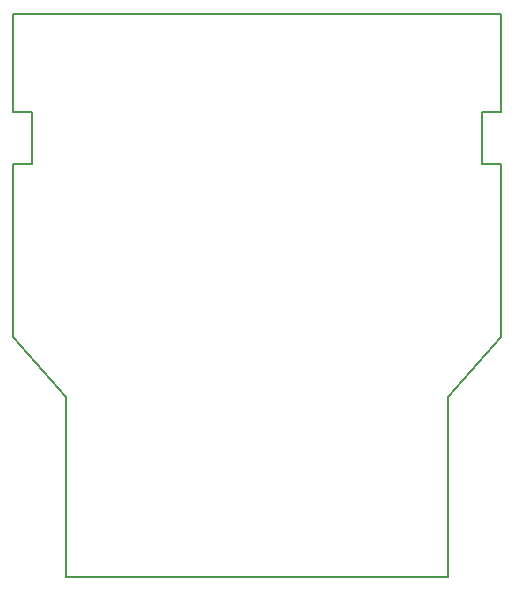
<source format=gm1>
G04 #@! TF.FileFunction,Profile,NP*
%FSLAX46Y46*%
G04 Gerber Fmt 4.6, Leading zero omitted, Abs format (unit mm)*
G04 Created by KiCad (PCBNEW 4.0.7) date 10/01/18 20:06:01*
%MOMM*%
%LPD*%
G01*
G04 APERTURE LIST*
%ADD10C,0.100000*%
%ADD11C,0.150000*%
G04 APERTURE END LIST*
D10*
D11*
X120637500Y-79680000D02*
X116192500Y-84760000D01*
X120637500Y-65075000D02*
X120637500Y-79680000D01*
X119050000Y-65075000D02*
X120637500Y-65075000D01*
X119050000Y-60630000D02*
X119060000Y-65075000D01*
X120637500Y-60630000D02*
X119050000Y-60630000D01*
X120637500Y-52375000D02*
X120637500Y-60630000D01*
X79362500Y-52375000D02*
X120637500Y-52375000D01*
X79362500Y-60630000D02*
X79362500Y-52375000D01*
X80950000Y-60630000D02*
X79362500Y-60630000D01*
X80950000Y-65075000D02*
X80950000Y-60630000D01*
X79362500Y-65075000D02*
X80950000Y-65075000D01*
X79362500Y-79680000D02*
X79362500Y-65075000D01*
X83807500Y-84760000D02*
X79362500Y-79680000D01*
X116192500Y-84760000D02*
X116192500Y-100000000D01*
X83807500Y-100000000D02*
X83807500Y-84760000D01*
X83807500Y-100000000D02*
X116192500Y-100000000D01*
M02*

</source>
